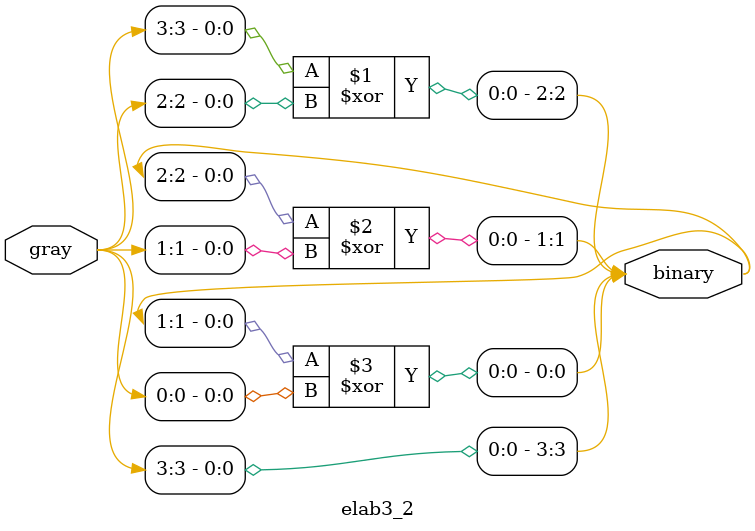
<source format=v>
module elab3_2(gray, binary);

input [3:0] gray;
output [3:0] binary;

assign binary[3] = gray[3];
assign binary[2] = binary[3] ^ gray[2];
assign binary[1] = binary[2] ^ gray[1];
assign binary[0] = binary[1] ^ gray[0]; 

endmodule

</source>
